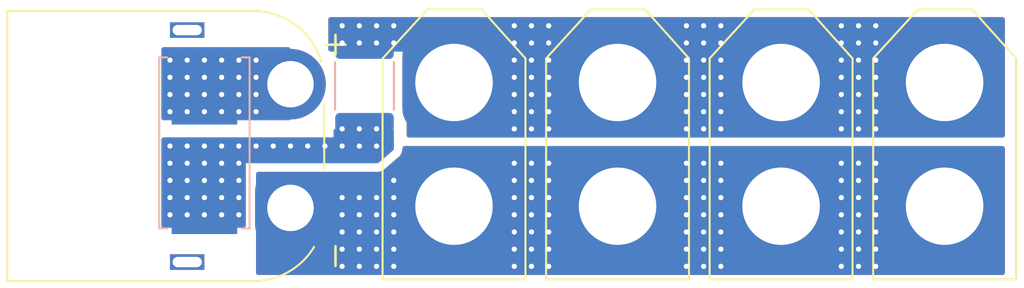
<source format=kicad_pcb>
(kicad_pcb (version 20241229) (generator "pcbnew") (generator_version "9.0")
  (layers (0 "F.Cu" signal) (2 "B.Cu" signal) (13 "F.Paste" user) (15 "B.Paste" user) (5 "F.SilkS" user "F.Silkscreen") (7 "B.SilkS" user "B.Silkscreen") (1 "F.Mask" user) (3 "B.Mask" user) (25 "Edge.Cuts" user))
  (net 0 "")
  (net 1 "/VBAT")
  (net 2 "/VCC")
  (net 3 "/GND")
  (net 4 "/VFUSE")
  (footprint "Connector_AMASS:AMASS_XT60-F_1x02_P7.20mm_Vertical" (layer "F.Cu") (at 67.5 54.3 -90)
    (property "Reference" "J2" (hide yes))
    (property "Value" "Conn_01x02_Socket" (hide yes))
    (fp_line (start -1.4 4.15) (end 11.45 4.15) (stroke (width 0.12)) (layer "F.SilkS"))
    (fp_line (start 11.45 4.15) (end 11.45 -4.15) (stroke (width 0.12)) (layer "F.SilkS"))
    (fp_line (start -4.25 1.55) (end -1.4 4.15) (stroke (width 0.12)) (layer "F.SilkS"))
    (fp_line (start -4.25 -1.6) (end -4.25 1.55) (stroke (width 0.12)) (layer "F.SilkS"))
    (fp_line (start -1.4 -4.15) (end -4.25 -1.6) (stroke (width 0.12)) (layer "F.SilkS"))
    (fp_line (start 11.45 -4.15) (end -1.4 -4.15) (stroke (width 0.12)) (layer "F.SilkS"))
    (pad "1" thru_hole roundrect (at 0 0 270) (size 6 6) (drill 4.5) (layers "*.Cu" "*.Mask") (net 2 "/VCC"))
    (pad "2" thru_hole circle (at 7.2 0 270) (size 6 6) (drill 4.5) (layers "*.Cu" "*.Mask") (net 3 "/GND"))
  )
  (footprint "Connector_AMASS:AMASS_XT60PW-M_1x02_P7.20mm_Horizontal" (layer "F.Cu") (at 58 61.6 90)
    (property "Reference" "J1" (hide yes))
    (property "Value" "Conn_01x02_Pin" (hide yes))
    (fp_line (start 11.46 -16.46) (end 11.46 -2.15) (stroke (width 0.12)) (layer "F.SilkS"))
    (fp_line (start -4.26 -16.46) (end 11.46 -16.46) (stroke (width 0.12)) (layer "F.SilkS"))
    (fp_line (start -4.26 -16.46) (end -4.26 -2.15) (stroke (width 0.12)) (layer "F.SilkS"))
    (fp_line (start 2.31 1.96) (end 6.05 1.96) (stroke (width 0.12)) (layer "F.SilkS"))
    (fp_arc (start 11.46 -2.15) (mid 10.653852 0.294722) (end 8.551648 1.780413) (stroke (width 0.12)) (layer "F.SilkS"))
    (fp_arc (start -2.266806 1.372958) (mid -3.727162 -0.126139) (end -4.26 -2.15) (stroke (width 0.12)) (layer "F.SilkS"))
    (fp_text user "-" (at -2.8 2.5 90) (layer "F.SilkS") (effects (font (size 1.5 1.5))))
    (fp_text user "+" (at 9.5 2.5 90) (layer "F.SilkS") (effects (font (size 1.5 1.5))))
    (pad "" thru_hole rect (at -3.15 -6 90) (size 0.9 2) (drill oval 0.6 1.7) (layers "*.Cu" "*.Mask"))
    (pad "" thru_hole rect (at 10.35 -6 90) (size 0.9 2) (drill oval 0.6 1.7) (layers "*.Cu" "*.Mask"))
    (pad "1" thru_hole roundrect (at 0 0 90) (size 4.1 4.1) (drill 2.7) (layers "*.Cu" "*.Mask") (net 3 "/GND"))
    (pad "2" thru_hole circle (at 7.2 0 90) (size 4.1 4.1) (drill 2.7) (layers "*.Cu" "*.Mask") (net 1 "/VBAT"))
  )
  (footprint "Connector_AMASS:AMASS_XT60-F_1x02_P7.20mm_Vertical" (layer "F.Cu") (at 77 54.3 -90)
    (property "Reference" "J3" (hide yes))
    (property "Value" "Conn_01x02_Socket" (hide yes))
    (fp_line (start -1.4 4.15) (end 11.45 4.15) (stroke (width 0.12)) (layer "F.SilkS"))
    (fp_line (start 11.45 4.15) (end 11.45 -4.15) (stroke (width 0.12)) (layer "F.SilkS"))
    (fp_line (start -4.25 1.55) (end -1.4 4.15) (stroke (width 0.12)) (layer "F.SilkS"))
    (fp_line (start -4.25 -1.6) (end -4.25 1.55) (stroke (width 0.12)) (layer "F.SilkS"))
    (fp_line (start -1.4 -4.15) (end -4.25 -1.6) (stroke (width 0.12)) (layer "F.SilkS"))
    (fp_line (start 11.45 -4.15) (end -1.4 -4.15) (stroke (width 0.12)) (layer "F.SilkS"))
    (pad "1" thru_hole roundrect (at 0 0 270) (size 6 6) (drill 4.5) (layers "*.Cu" "*.Mask") (net 2 "/VCC"))
    (pad "2" thru_hole circle (at 7.2 0 270) (size 6 6) (drill 4.5) (layers "*.Cu" "*.Mask") (net 3 "/GND"))
  )
  (footprint "Connector_AMASS:AMASS_XT60-F_1x02_P7.20mm_Vertical" (layer "F.Cu") (at 96 54.3 -90)
    (property "Reference" "J5" (hide yes))
    (property "Value" "Conn_01x02_Socket" (hide yes))
    (fp_line (start -1.4 4.15) (end 11.45 4.15) (stroke (width 0.12)) (layer "F.SilkS"))
    (fp_line (start 11.45 4.15) (end 11.45 -4.15) (stroke (width 0.12)) (layer "F.SilkS"))
    (fp_line (start -4.25 1.55) (end -1.4 4.15) (stroke (width 0.12)) (layer "F.SilkS"))
    (fp_line (start -4.25 -1.6) (end -4.25 1.55) (stroke (width 0.12)) (layer "F.SilkS"))
    (fp_line (start -1.4 -4.15) (end -4.25 -1.6) (stroke (width 0.12)) (layer "F.SilkS"))
    (fp_line (start 11.45 -4.15) (end -1.4 -4.15) (stroke (width 0.12)) (layer "F.SilkS"))
    (pad "1" thru_hole roundrect (at 0 0 270) (size 6 6) (drill 4.5) (layers "*.Cu" "*.Mask") (net 2 "/VCC"))
    (pad "2" thru_hole circle (at 7.2 0 270) (size 6 6) (drill 4.5) (layers "*.Cu" "*.Mask") (net 3 "/GND"))
  )
  (footprint "Connector_AMASS:AMASS_XT60-F_1x02_P7.20mm_Vertical" (layer "F.Cu") (at 86.5 54.3 -90)
    (property "Reference" "J4" (hide yes))
    (property "Value" "Conn_01x02_Socket" (hide yes))
    (fp_line (start -1.4 4.15) (end 11.45 4.15) (stroke (width 0.12)) (layer "F.SilkS"))
    (fp_line (start 11.45 4.15) (end 11.45 -4.15) (stroke (width 0.12)) (layer "F.SilkS"))
    (fp_line (start -4.25 1.55) (end -1.4 4.15) (stroke (width 0.12)) (layer "F.SilkS"))
    (fp_line (start -4.25 -1.6) (end -4.25 1.55) (stroke (width 0.12)) (layer "F.SilkS"))
    (fp_line (start -1.4 -4.15) (end -4.25 -1.6) (stroke (width 0.12)) (layer "F.SilkS"))
    (fp_line (start 11.45 -4.15) (end -1.4 -4.15) (stroke (width 0.12)) (layer "F.SilkS"))
    (pad "1" thru_hole roundrect (at 0 0 270) (size 6 6) (drill 4.5) (layers "*.Cu" "*.Mask") (net 2 "/VCC"))
    (pad "2" thru_hole circle (at 7.2 0 270) (size 6 6) (drill 4.5) (layers "*.Cu" "*.Mask") (net 3 "/GND"))
  )
  (footprint "Fuse:Fuse_1812_4532Metric" (layer "B.Cu") (at 62.3 54.5 90)
    (property "Reference" "F2" (hide yes))
    (property "Value" "Polyfuse" (hide yes))
    (fp_line (start -1.386252 -1.71) (end 1.386252 -1.71) (stroke (width 0.12)) (layer "B.SilkS"))
    (fp_line (start -1.386252 1.71) (end 1.386252 1.71) (stroke (width 0.12)) (layer "B.SilkS"))
    (pad "1" smd roundrect (at -2.1375 0 90) (size 1.125 3.4) (layers "B.Cu" "B.Mask" "B.Paste") (roundrect_rratio 0.222222) (net 4 "/VFUSE"))
    (pad "2" smd roundrect (at 2.1375 0 90) (size 1.125 3.4) (layers "B.Cu" "B.Mask" "B.Paste") (roundrect_rratio 0.222222) (net 2 "/VCC"))
  )
  (footprint "Fuse:Fuseholder_Littelfuse_Nano2_154x" (layer "B.Cu") (at 53 57.815 90)
    (property "Reference" "F1" (hide yes))
    (property "Value" "Fuse" (hide yes))
    (fp_line (start 4.975 -2.625) (end 4.975 -2.165) (stroke (width 0.12)) (layer "B.SilkS"))
    (fp_line (start -4.975 -2.625) (end 4.975 -2.625) (stroke (width 0.12)) (layer "B.SilkS"))
    (fp_line (start -4.975 -2.165) (end -4.975 -2.625) (stroke (width 0.12)) (layer "B.SilkS"))
    (fp_line (start 4.975 2.625) (end 4.975 2.165) (stroke (width 0.12)) (layer "B.SilkS"))
    (fp_line (start -4.975 2.625) (end -4.975 2.165) (stroke (width 0.12)) (layer "B.SilkS"))
    (fp_line (start -4.975 2.625) (end 4.975 2.625) (stroke (width 0.12)) (layer "B.SilkS"))
    (pad "1" smd rect (at -3.185 0 90) (size 4.24 3.81) (layers "B.Cu" "B.Mask" "B.Paste") (net 4 "/VFUSE"))
    (pad "2" smd rect (at 3.185 0 90) (size 4.24 3.81) (layers "B.Cu" "B.Mask" "B.Paste") (net 1 "/VBAT"))
  )
  (gr_line (start 50 50) (end 50 66) (stroke (width 0.001)) (layer "Edge.Cuts"))
  (gr_line (start 100 66) (end 100 50) (stroke (width 0.001)) (layer "Edge.Cuts"))
  (gr_line (start 50 50) (end 100 50) (stroke (width 0.001)) (layer "Edge.Cuts"))
  (gr_line (start 50 66) (end 100 66) (stroke (width 0.001)) (layer "Edge.Cuts"))
  (via (at 56 56) (size 0.6) (drill 0.3) (layers "F.Cu" "B.Cu") (net 1))
  (via (at 55 56) (size 0.6) (drill 0.3) (layers "F.Cu" "B.Cu") (net 1))
  (via (at 51 53) (size 0.6) (drill 0.3) (layers "F.Cu" "B.Cu") (net 1))
  (via (at 55 55) (size 0.6) (drill 0.3) (layers "F.Cu" "B.Cu") (net 1))
  (via (at 55 53) (size 0.6) (drill 0.3) (layers "F.Cu" "B.Cu") (net 1))
  (via (at 51 55) (size 0.6) (drill 0.3) (layers "F.Cu" "B.Cu") (net 1))
  (via (at 52 54) (size 0.6) (drill 0.3) (layers "F.Cu" "B.Cu") (net 1))
  (via (at 51 54) (size 0.6) (drill 0.3) (layers "F.Cu" "B.Cu") (net 1))
  (via (at 51 56) (size 0.6) (drill 0.3) (layers "F.Cu" "B.Cu") (net 1))
  (via (at 53 55) (size 0.6) (drill 0.3) (layers "F.Cu" "B.Cu") (net 1))
  (via (at 53 56) (size 0.6) (drill 0.3) (layers "F.Cu" "B.Cu") (net 1))
  (via (at 56 54) (size 0.6) (drill 0.3) (layers "F.Cu" "B.Cu") (net 1))
  (via (at 55 54) (size 0.6) (drill 0.3) (layers "F.Cu" "B.Cu") (net 1))
  (via (at 52 53) (size 0.6) (drill 0.3) (layers "F.Cu" "B.Cu") (net 1))
  (via (at 52 55) (size 0.6) (drill 0.3) (layers "F.Cu" "B.Cu") (net 1))
  (via (at 56 55) (size 0.6) (drill 0.3) (layers "F.Cu" "B.Cu") (net 1))
  (via (at 54 56) (size 0.6) (drill 0.3) (layers "F.Cu" "B.Cu") (net 1))
  (via (at 52 56) (size 0.6) (drill 0.3) (layers "F.Cu" "B.Cu") (net 1))
  (via (at 54 53) (size 0.6) (drill 0.3) (layers "F.Cu" "B.Cu") (net 1))
  (via (at 56 53) (size 0.6) (drill 0.3) (layers "F.Cu" "B.Cu") (net 1))
  (via (at 54 55) (size 0.6) (drill 0.3) (layers "F.Cu" "B.Cu") (net 1))
  (via (at 53 54) (size 0.6) (drill 0.3) (layers "F.Cu" "B.Cu") (net 1))
  (via (at 54 54) (size 0.6) (drill 0.3) (layers "F.Cu" "B.Cu") (net 1))
  (via (at 53 53) (size 0.6) (drill 0.3) (layers "F.Cu" "B.Cu") (net 1))
  (via (at 81 52) (size 0.6) (drill 0.3) (layers "F.Cu" "B.Cu") (net 2))
  (via (at 91 56) (size 0.6) (drill 0.3) (layers "F.Cu" "B.Cu") (net 2))
  (via (at 90 55) (size 0.6) (drill 0.3) (layers "F.Cu" "B.Cu") (net 2))
  (via (at 92 53) (size 0.6) (drill 0.3) (layers "F.Cu" "B.Cu") (net 2))
  (via (at 82 52) (size 0.6) (drill 0.3) (layers "F.Cu" "B.Cu") (net 2))
  (via (at 72 55) (size 0.6) (drill 0.3) (layers "F.Cu" "B.Cu") (net 2))
  (via (at 82 51) (size 0.6) (drill 0.3) (layers "F.Cu" "B.Cu") (net 2))
  (via (at 91 51) (size 0.6) (drill 0.3) (layers "F.Cu" "B.Cu") (net 2))
  (via (at 83 52) (size 0.6) (drill 0.3) (layers "F.Cu" "B.Cu") (net 2))
  (via (at 83 51) (size 0.6) (drill 0.3) (layers "F.Cu" "B.Cu") (net 2))
  (via (at 61 52) (size 0.6) (drill 0.3) (layers "F.Cu" "B.Cu") (net 2))
  (via (at 82 53) (size 0.6) (drill 0.3) (layers "F.Cu" "B.Cu") (net 2))
  (via (at 82 55) (size 0.6) (drill 0.3) (layers "F.Cu" "B.Cu") (net 2))
  (via (at 90 53) (size 0.6) (drill 0.3) (layers "F.Cu" "B.Cu") (net 2))
  (via (at 90 56) (size 0.6) (drill 0.3) (layers "F.Cu" "B.Cu") (net 2))
  (via (at 81 53) (size 0.6) (drill 0.3) (layers "F.Cu" "B.Cu") (net 2))
  (via (at 72 54) (size 0.6) (drill 0.3) (layers "F.Cu" "B.Cu") (net 2))
  (via (at 73 56) (size 0.6) (drill 0.3) (layers "F.Cu" "B.Cu") (net 2))
  (via (at 83 53) (size 0.6) (drill 0.3) (layers "F.Cu" "B.Cu") (net 2))
  (via (at 83 55) (size 0.6) (drill 0.3) (layers "F.Cu" "B.Cu") (net 2))
  (via (at 72 57) (size 0.6) (drill 0.3) (layers "F.Cu" "B.Cu") (net 2))
  (via (at 81 57) (size 0.6) (drill 0.3) (layers "F.Cu" "B.Cu") (net 2))
  (via (at 73 53) (size 0.6) (drill 0.3) (layers "F.Cu" "B.Cu") (net 2))
  (via (at 64 52) (size 0.6) (drill 0.3) (layers "F.Cu" "B.Cu") (net 2))
  (via (at 83 54) (size 0.6) (drill 0.3) (layers "F.Cu" "B.Cu") (net 2))
  (via (at 83 56) (size 0.6) (drill 0.3) (layers "F.Cu" "B.Cu") (net 2))
  (via (at 82 56) (size 0.6) (drill 0.3) (layers "F.Cu" "B.Cu") (net 2))
  (via (at 72 56) (size 0.6) (drill 0.3) (layers "F.Cu" "B.Cu") (net 2))
  (via (at 71 53) (size 0.6) (drill 0.3) (layers "F.Cu" "B.Cu") (net 2))
  (via (at 91 54) (size 0.6) (drill 0.3) (layers "F.Cu" "B.Cu") (net 2))
  (via (at 63 52) (size 0.6) (drill 0.3) (layers "F.Cu" "B.Cu") (net 2))
  (via (at 72 52) (size 0.6) (drill 0.3) (layers "F.Cu" "B.Cu") (net 2))
  (via (at 64 51) (size 0.6) (drill 0.3) (layers "F.Cu" "B.Cu") (net 2))
  (via (at 91 52) (size 0.6) (drill 0.3) (layers "F.Cu" "B.Cu") (net 2))
  (via (at 73 52) (size 0.6) (drill 0.3) (layers "F.Cu" "B.Cu") (net 2))
  (via (at 91 55) (size 0.6) (drill 0.3) (layers "F.Cu" "B.Cu") (net 2))
  (via (at 61 51) (size 0.6) (drill 0.3) (layers "F.Cu" "B.Cu") (net 2))
  (via (at 91 53) (size 0.6) (drill 0.3) (layers "F.Cu" "B.Cu") (net 2))
  (via (at 71 54) (size 0.6) (drill 0.3) (layers "F.Cu" "B.Cu") (net 2))
  (via (at 73 54) (size 0.6) (drill 0.3) (layers "F.Cu" "B.Cu") (net 2))
  (via (at 82 54) (size 0.6) (drill 0.3) (layers "F.Cu" "B.Cu") (net 2))
  (via (at 92 52) (size 0.6) (drill 0.3) (layers "F.Cu" "B.Cu") (net 2))
  (via (at 92 54) (size 0.6) (drill 0.3) (layers "F.Cu" "B.Cu") (net 2))
  (via (at 81 51) (size 0.6) (drill 0.3) (layers "F.Cu" "B.Cu") (net 2))
  (via (at 92 55) (size 0.6) (drill 0.3) (layers "F.Cu" "B.Cu") (net 2))
  (via (at 72 51) (size 0.6) (drill 0.3) (layers "F.Cu" "B.Cu") (net 2))
  (via (at 81 55) (size 0.6) (drill 0.3) (layers "F.Cu" "B.Cu") (net 2))
  (via (at 71 56) (size 0.6) (drill 0.3) (layers "F.Cu" "B.Cu") (net 2))
  (via (at 83 57) (size 0.6) (drill 0.3) (layers "F.Cu" "B.Cu") (net 2))
  (via (at 63 51) (size 0.6) (drill 0.3) (layers "F.Cu" "B.Cu") (net 2))
  (via (at 90 51) (size 0.6) (drill 0.3) (layers "F.Cu" "B.Cu") (net 2))
  (via (at 90 57) (size 0.6) (drill 0.3) (layers "F.Cu" "B.Cu") (net 2))
  (via (at 82 57) (size 0.6) (drill 0.3) (layers "F.Cu" "B.Cu") (net 2))
  (via (at 71 55) (size 0.6) (drill 0.3) (layers "F.Cu" "B.Cu") (net 2))
  (via (at 90 54) (size 0.6) (drill 0.3) (layers "F.Cu" "B.Cu") (net 2))
  (via (at 71 51) (size 0.6) (drill 0.3) (layers "F.Cu" "B.Cu") (net 2))
  (via (at 73 51) (size 0.6) (drill 0.3) (layers "F.Cu" "B.Cu") (net 2))
  (via (at 73 57) (size 0.6) (drill 0.3) (layers "F.Cu" "B.Cu") (net 2))
  (via (at 92 51) (size 0.6) (drill 0.3) (layers "F.Cu" "B.Cu") (net 2))
  (via (at 91 57) (size 0.6) (drill 0.3) (layers "F.Cu" "B.Cu") (net 2))
  (via (at 81 54) (size 0.6) (drill 0.3) (layers "F.Cu" "B.Cu") (net 2))
  (via (at 73 55) (size 0.6) (drill 0.3) (layers "F.Cu" "B.Cu") (net 2))
  (via (at 62 51) (size 0.6) (drill 0.3) (layers "F.Cu" "B.Cu") (net 2))
  (via (at 62 52) (size 0.6) (drill 0.3) (layers "F.Cu" "B.Cu") (net 2))
  (via (at 92 56) (size 0.6) (drill 0.3) (layers "F.Cu" "B.Cu") (net 2))
  (via (at 72 53) (size 0.6) (drill 0.3) (layers "F.Cu" "B.Cu") (net 2))
  (via (at 90 52) (size 0.6) (drill 0.3) (layers "F.Cu" "B.Cu") (net 2))
  (via (at 71 57) (size 0.6) (drill 0.3) (layers "F.Cu" "B.Cu") (net 2))
  (via (at 71 52) (size 0.6) (drill 0.3) (layers "F.Cu" "B.Cu") (net 2))
  (via (at 92 57) (size 0.6) (drill 0.3) (layers "F.Cu" "B.Cu") (net 2))
  (via (at 81 56) (size 0.6) (drill 0.3) (layers "F.Cu" "B.Cu") (net 2))
  (via (at 72 64) (size 0.6) (drill 0.3) (layers "F.Cu" "B.Cu") (net 3))
  (via (at 71 59) (size 0.6) (drill 0.3) (layers "F.Cu" "B.Cu") (net 3))
  (via (at 73 59) (size 0.6) (drill 0.3) (layers "F.Cu" "B.Cu") (net 3))
  (via (at 81 60) (size 0.6) (drill 0.3) (layers "F.Cu" "B.Cu") (net 3))
  (via (at 83 63) (size 0.6) (drill 0.3) (layers "F.Cu" "B.Cu") (net 3))
  (via (at 61 63) (size 0.6) (drill 0.3) (layers "F.Cu" "B.Cu") (net 3))
  (via (at 83 59) (size 0.6) (drill 0.3) (layers "F.Cu" "B.Cu") (net 3))
  (via (at 90 59) (size 0.6) (drill 0.3) (layers "F.Cu" "B.Cu") (net 3))
  (via (at 73 62) (size 0.6) (drill 0.3) (layers "F.Cu" "B.Cu") (net 3))
  (via (at 62 61) (size 0.6) (drill 0.3) (layers "F.Cu" "B.Cu") (net 3))
  (via (at 73 63) (size 0.6) (drill 0.3) (layers "F.Cu" "B.Cu") (net 3))
  (via (at 62 64) (size 0.6) (drill 0.3) (layers "F.Cu" "B.Cu") (net 3))
  (via (at 82 63) (size 0.6) (drill 0.3) (layers "F.Cu" "B.Cu") (net 3))
  (via (at 81 59) (size 0.6) (drill 0.3) (layers "F.Cu" "B.Cu") (net 3))
  (via (at 82 60) (size 0.6) (drill 0.3) (layers "F.Cu" "B.Cu") (net 3))
  (via (at 83 60) (size 0.6) (drill 0.3) (layers "F.Cu" "B.Cu") (net 3))
  (via (at 72 61) (size 0.6) (drill 0.3) (layers "F.Cu" "B.Cu") (net 3))
  (via (at 63 62) (size 0.6) (drill 0.3) (layers "F.Cu" "B.Cu") (net 3))
  (via (at 82 61) (size 0.6) (drill 0.3) (layers "F.Cu" "B.Cu") (net 3))
  (via (at 71 60) (size 0.6) (drill 0.3) (layers "F.Cu" "B.Cu") (net 3))
  (via (at 71 63) (size 0.6) (drill 0.3) (layers "F.Cu" "B.Cu") (net 3))
  (via (at 83 61) (size 0.6) (drill 0.3) (layers "F.Cu" "B.Cu") (net 3))
  (via (at 61 62) (size 0.6) (drill 0.3) (layers "F.Cu" "B.Cu") (net 3))
  (via (at 72 60) (size 0.6) (drill 0.3) (layers "F.Cu" "B.Cu") (net 3))
  (via (at 92 65) (size 0.6) (drill 0.3) (layers "F.Cu" "B.Cu") (net 3))
  (via (at 61 61) (size 0.6) (drill 0.3) (layers "F.Cu" "B.Cu") (net 3))
  (via (at 83 65) (size 0.6) (drill 0.3) (layers "F.Cu" "B.Cu") (net 3))
  (via (at 61 64) (size 0.6) (drill 0.3) (layers "F.Cu" "B.Cu") (net 3))
  (via (at 90 62) (size 0.6) (drill 0.3) (layers "F.Cu" "B.Cu") (net 3))
  (via (at 81 64) (size 0.6) (drill 0.3) (layers "F.Cu" "B.Cu") (net 3))
  (via (at 81 63) (size 0.6) (drill 0.3) (layers "F.Cu" "B.Cu") (net 3))
  (via (at 90 60) (size 0.6) (drill 0.3) (layers "F.Cu" "B.Cu") (net 3))
  (via (at 61 65) (size 0.6) (drill 0.3) (layers "F.Cu" "B.Cu") (net 3))
  (via (at 90 65) (size 0.6) (drill 0.3) (layers "F.Cu" "B.Cu") (net 3))
  (via (at 63 61) (size 0.6) (drill 0.3) (layers "F.Cu" "B.Cu") (net 3))
  (via (at 90 63) (size 0.6) (drill 0.3) (layers "F.Cu" "B.Cu") (net 3))
  (via (at 72 63) (size 0.6) (drill 0.3) (layers "F.Cu" "B.Cu") (net 3))
  (via (at 91 62) (size 0.6) (drill 0.3) (layers "F.Cu" "B.Cu") (net 3))
  (via (at 72 59) (size 0.6) (drill 0.3) (layers "F.Cu" "B.Cu") (net 3))
  (via (at 72 65) (size 0.6) (drill 0.3) (layers "F.Cu" "B.Cu") (net 3))
  (via (at 63 64) (size 0.6) (drill 0.3) (layers "F.Cu" "B.Cu") (net 3))
  (via (at 71 62) (size 0.6) (drill 0.3) (layers "F.Cu" "B.Cu") (net 3))
  (via (at 92 60) (size 0.6) (drill 0.3) (layers "F.Cu" "B.Cu") (net 3))
  (via (at 64 63) (size 0.6) (drill 0.3) (layers "F.Cu" "B.Cu") (net 3))
  (via (at 64 60) (size 0.6) (drill 0.3) (layers "F.Cu" "B.Cu") (net 3))
  (via (at 72 62) (size 0.6) (drill 0.3) (layers "F.Cu" "B.Cu") (net 3))
  (via (at 91 59) (size 0.6) (drill 0.3) (layers "F.Cu" "B.Cu") (net 3))
  (via (at 91 64) (size 0.6) (drill 0.3) (layers "F.Cu" "B.Cu") (net 3))
  (via (at 90 61) (size 0.6) (drill 0.3) (layers "F.Cu" "B.Cu") (net 3))
  (via (at 64 65) (size 0.6) (drill 0.3) (layers "F.Cu" "B.Cu") (net 3))
  (via (at 73 60) (size 0.6) (drill 0.3) (layers "F.Cu" "B.Cu") (net 3))
  (via (at 82 59) (size 0.6) (drill 0.3) (layers "F.Cu" "B.Cu") (net 3))
  (via (at 82 62) (size 0.6) (drill 0.3) (layers "F.Cu" "B.Cu") (net 3))
  (via (at 92 61) (size 0.6) (drill 0.3) (layers "F.Cu" "B.Cu") (net 3))
  (via (at 82 65) (size 0.6) (drill 0.3) (layers "F.Cu" "B.Cu") (net 3))
  (via (at 81 65) (size 0.6) (drill 0.3) (layers "F.Cu" "B.Cu") (net 3))
  (via (at 64 62) (size 0.6) (drill 0.3) (layers "F.Cu" "B.Cu") (net 3))
  (via (at 91 63) (size 0.6) (drill 0.3) (layers "F.Cu" "B.Cu") (net 3))
  (via (at 63 65) (size 0.6) (drill 0.3) (layers "F.Cu" "B.Cu") (net 3))
  (via (at 83 64) (size 0.6) (drill 0.3) (layers "F.Cu" "B.Cu") (net 3))
  (via (at 71 65) (size 0.6) (drill 0.3) (layers "F.Cu" "B.Cu") (net 3))
  (via (at 83 62) (size 0.6) (drill 0.3) (layers "F.Cu" "B.Cu") (net 3))
  (via (at 62 63) (size 0.6) (drill 0.3) (layers "F.Cu" "B.Cu") (net 3))
  (via (at 62 62) (size 0.6) (drill 0.3) (layers "F.Cu" "B.Cu") (net 3))
  (via (at 71 64) (size 0.6) (drill 0.3) (layers "F.Cu" "B.Cu") (net 3))
  (via (at 64 61) (size 0.6) (drill 0.3) (layers "F.Cu" "B.Cu") (net 3))
  (via (at 81 62) (size 0.6) (drill 0.3) (layers "F.Cu" "B.Cu") (net 3))
  (via (at 91 65) (size 0.6) (drill 0.3) (layers "F.Cu" "B.Cu") (net 3))
  (via (at 71 61) (size 0.6) (drill 0.3) (layers "F.Cu" "B.Cu") (net 3))
  (via (at 92 59) (size 0.6) (drill 0.3) (layers "F.Cu" "B.Cu") (net 3))
  (via (at 91 61) (size 0.6) (drill 0.3) (layers "F.Cu" "B.Cu") (net 3))
  (via (at 62 65) (size 0.6) (drill 0.3) (layers "F.Cu" "B.Cu") (net 3))
  (via (at 82 64) (size 0.6) (drill 0.3) (layers "F.Cu" "B.Cu") (net 3))
  (via (at 91 60) (size 0.6) (drill 0.3) (layers "F.Cu" "B.Cu") (net 3))
  (via (at 73 61) (size 0.6) (drill 0.3) (layers "F.Cu" "B.Cu") (net 3))
  (via (at 64 64) (size 0.6) (drill 0.3) (layers "F.Cu" "B.Cu") (net 3))
  (via (at 81 61) (size 0.6) (drill 0.3) (layers "F.Cu" "B.Cu") (net 3))
  (via (at 73 65) (size 0.6) (drill 0.3) (layers "F.Cu" "B.Cu") (net 3))
  (via (at 73 64) (size 0.6) (drill 0.3) (layers "F.Cu" "B.Cu") (net 3))
  (via (at 92 62) (size 0.6) (drill 0.3) (layers "F.Cu" "B.Cu") (net 3))
  (via (at 63 63) (size 0.6) (drill 0.3) (layers "F.Cu" "B.Cu") (net 3))
  (via (at 90 64) (size 0.6) (drill 0.3) (layers "F.Cu" "B.Cu") (net 3))
  (via (at 92 63) (size 0.6) (drill 0.3) (layers "F.Cu" "B.Cu") (net 3))
  (via (at 92 64) (size 0.6) (drill 0.3) (layers "F.Cu" "B.Cu") (net 3))
  (via (at 55 59) (size 0.6) (drill 0.3) (layers "F.Cu" "B.Cu") (net 4))
  (via (at 62 57) (size 0.6) (drill 0.3) (layers "F.Cu" "B.Cu") (net 4))
  (via (at 53 62) (size 0.6) (drill 0.3) (layers "F.Cu" "B.Cu") (net 4))
  (via (at 52 59) (size 0.6) (drill 0.3) (layers "F.Cu" "B.Cu") (net 4))
  (via (at 63 58) (size 0.6) (drill 0.3) (layers "F.Cu" "B.Cu") (net 4))
  (via (at 59 58) (size 0.6) (drill 0.3) (layers "F.Cu" "B.Cu") (net 4))
  (via (at 62 58) (size 0.6) (drill 0.3) (layers "F.Cu" "B.Cu") (net 4))
  (via (at 54 58) (size 0.6) (drill 0.3) (layers "F.Cu" "B.Cu") (net 4))
  (via (at 51 59) (size 0.6) (drill 0.3) (layers "F.Cu" "B.Cu") (net 4))
  (via (at 52 60) (size 0.6) (drill 0.3) (layers "F.Cu" "B.Cu") (net 4))
  (via (at 55 58) (size 0.6) (drill 0.3) (layers "F.Cu" "B.Cu") (net 4))
  (via (at 51 60) (size 0.6) (drill 0.3) (layers "F.Cu" "B.Cu") (net 4))
  (via (at 61 58) (size 0.6) (drill 0.3) (layers "F.Cu" "B.Cu") (net 4))
  (via (at 55 60) (size 0.6) (drill 0.3) (layers "F.Cu" "B.Cu") (net 4))
  (via (at 51 58) (size 0.6) (drill 0.3) (layers "F.Cu" "B.Cu") (net 4))
  (via (at 54 62) (size 0.6) (drill 0.3) (layers "F.Cu" "B.Cu") (net 4))
  (via (at 56 58) (size 0.6) (drill 0.3) (layers "F.Cu" "B.Cu") (net 4))
  (via (at 51 61) (size 0.6) (drill 0.3) (layers "F.Cu" "B.Cu") (net 4))
  (via (at 53 59) (size 0.6) (drill 0.3) (layers "F.Cu" "B.Cu") (net 4))
  (via (at 53 60) (size 0.6) (drill 0.3) (layers "F.Cu" "B.Cu") (net 4))
  (via (at 55 62) (size 0.6) (drill 0.3) (layers "F.Cu" "B.Cu") (net 4))
  (via (at 57 58) (size 0.6) (drill 0.3) (layers "F.Cu" "B.Cu") (net 4))
  (via (at 55 61) (size 0.6) (drill 0.3) (layers "F.Cu" "B.Cu") (net 4))
  (via (at 54 60) (size 0.6) (drill 0.3) (layers "F.Cu" "B.Cu") (net 4))
  (via (at 52 61) (size 0.6) (drill 0.3) (layers "F.Cu" "B.Cu") (net 4))
  (via (at 58 58) (size 0.6) (drill 0.3) (layers "F.Cu" "B.Cu") (net 4))
  (via (at 53 58) (size 0.6) (drill 0.3) (layers "F.Cu" "B.Cu") (net 4))
  (via (at 63 57) (size 0.6) (drill 0.3) (layers "F.Cu" "B.Cu") (net 4))
  (via (at 51 62) (size 0.6) (drill 0.3) (layers "F.Cu" "B.Cu") (net 4))
  (via (at 54 59) (size 0.6) (drill 0.3) (layers "F.Cu" "B.Cu") (net 4))
  (via (at 54 61) (size 0.6) (drill 0.3) (layers "F.Cu" "B.Cu") (net 4))
  (via (at 52 62) (size 0.6) (drill 0.3) (layers "F.Cu" "B.Cu") (net 4))
  (via (at 60 58) (size 0.6) (drill 0.3) (layers "F.Cu" "B.Cu") (net 4))
  (via (at 61 57) (size 0.6) (drill 0.3) (layers "F.Cu" "B.Cu") (net 4))
  (via (at 53 61) (size 0.6) (drill 0.3) (layers "F.Cu" "B.Cu") (net 4))
  (via (at 52 58) (size 0.6) (drill 0.3) (layers "F.Cu" "B.Cu") (net 4))
  (zone (net 1) (net_name "/VBAT") (layers "F.Cu" "B.Cu") (priority 1) (connect_pads yes (clearance 0.5)) (min_thickness 0.25) (fill yes (thermal_gap 0.5) (thermal_bridge_width 0.5))
    (polygon (pts (xy 58 52.25) (xy 58 56.5) (xy 50 56.5) (xy 50 52.25)))
  )
  (zone (net 2) (net_name "/VCC") (layers "F.Cu" "B.Cu") (priority 3) (connect_pads yes (clearance 0.5)) (min_thickness 0.25) (fill yes (thermal_gap 0.5) (thermal_bridge_width 0.5))
    (polygon (pts (xy 60.2 49.5) (xy 60.2 52.5) (xy 64.75 52.5) (xy 64.75 57.5) (xy 100 57.5) (xy 100 49.5)))
  )
  (zone (net 3) (net_name "/GND") (layers "F.Cu" "B.Cu") (connect_pads yes (clearance 0.5)) (min_thickness 0.25) (fill yes (thermal_gap 0.5) (thermal_bridge_width 0.5))
    (polygon (pts (xy 100 58) (xy 64.25 58) (xy 62.5 59.5) (xy 56 59.5) (xy 56 66) (xy 100 66)))
  )
  (zone (net 4) (net_name "/VFUSE") (layers "F.Cu" "B.Cu") (priority 2) (connect_pads yes (clearance 0.5)) (min_thickness 0.25) (fill yes (thermal_gap 0.5) (thermal_bridge_width 0.5))
    (polygon (pts (xy 55.4 62.75) (xy 50 62.75) (xy 50 57.5) (xy 60.5 57.5) (xy 60.5 57) (xy 64 57) (xy 64 58.214286) (xy 63.083332 59) (xy 55.4 59)))
  )
)
</source>
